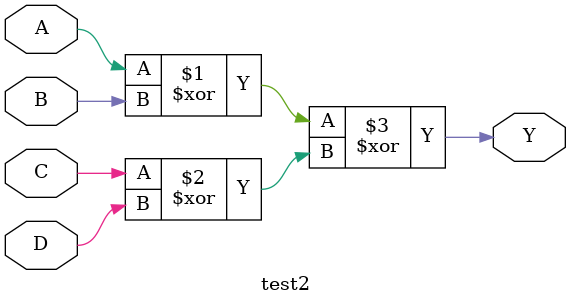
<source format=v>
module test2(A,B,C,D,Y);
  input A,B,C,D;
  output Y;
  assign Y=(A^B)^(C^D);
endmodule

</source>
